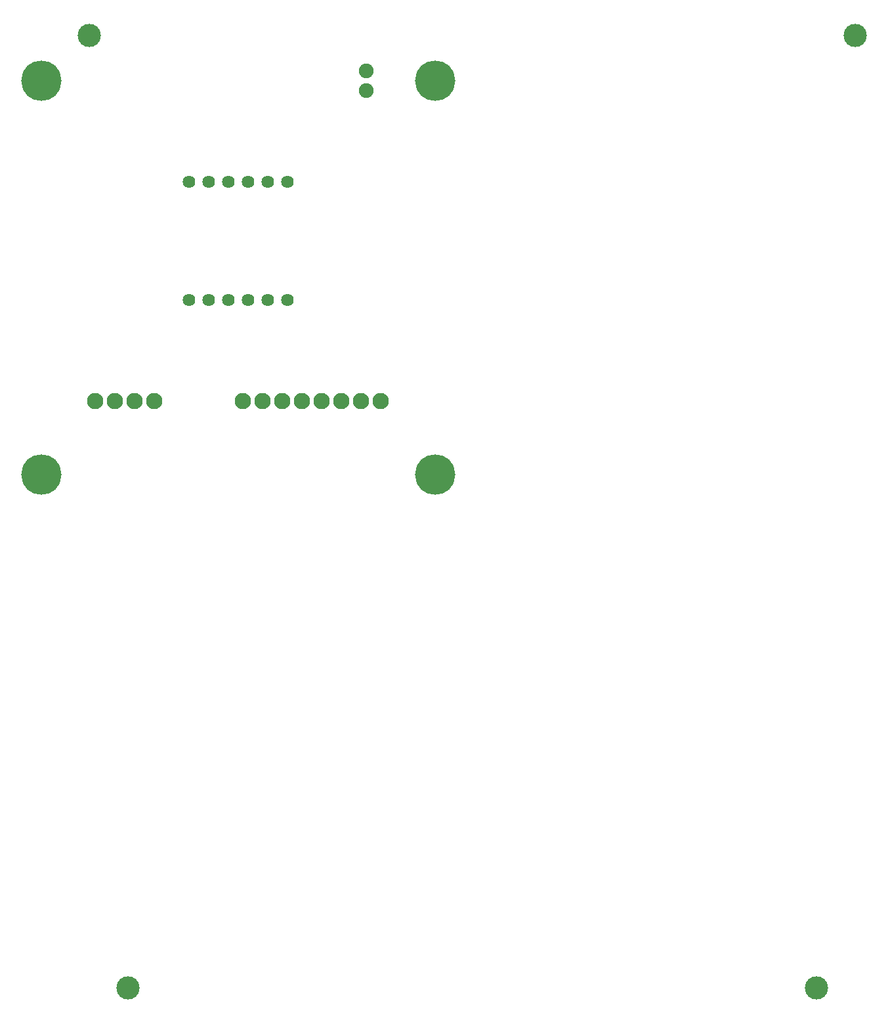
<source format=gbs>
G04 Layer: BottomSolderMaskLayer*
G04 EasyEDA v6.5.22, 2022-11-24 12:25:33*
G04 d5585ffcc7884e9682782ddcc4f09953,5a6b42c53f6a479593ecc07194224c93,10*
G04 Gerber Generator version 0.2*
G04 Scale: 100 percent, Rotated: No, Reflected: No *
G04 Dimensions in millimeters *
G04 leading zeros omitted , absolute positions ,4 integer and 5 decimal *
%FSLAX45Y45*%
%MOMM*%

%ADD10C,5.2032*%
%ADD11C,2.1016*%
%ADD12C,1.9016*%
%ADD13C,1.6256*%
%ADD14C,3.0000*%

%LPD*%
D10*
G01*
X381000Y5461000D03*
G01*
X5461000Y5461000D03*
G01*
X5461000Y381000D03*
G01*
X381000Y381000D03*
D11*
G01*
X4759706Y1329893D03*
G01*
X4505706Y1329893D03*
G01*
X4251706Y1329893D03*
G01*
X3997706Y1329893D03*
G01*
X3743706Y1329893D03*
G01*
X3489706Y1329893D03*
G01*
X3235706Y1329893D03*
G01*
X2981706Y1329893D03*
D12*
G01*
X4572000Y5588000D03*
G01*
X4572000Y5334000D03*
D11*
G01*
X1835099Y1329918D03*
G01*
X1581099Y1329918D03*
G01*
X1327099Y1329918D03*
G01*
X1073099Y1329918D03*
D13*
G01*
X3048000Y2628900D03*
G01*
X3302000Y2628900D03*
G01*
X3556000Y2628900D03*
G01*
X2794000Y2628900D03*
G01*
X2540000Y2628900D03*
G01*
X2286000Y2628900D03*
G01*
X2794000Y4152900D03*
G01*
X2540000Y4152900D03*
G01*
X2286000Y4152900D03*
G01*
X3048000Y4152900D03*
G01*
X3302000Y4152900D03*
G01*
X3556000Y4152900D03*
D14*
G01*
X999997Y6041999D03*
G01*
X10884001Y6041999D03*
G01*
X1499996Y-6241999D03*
G01*
X10384002Y-6241999D03*
M02*

</source>
